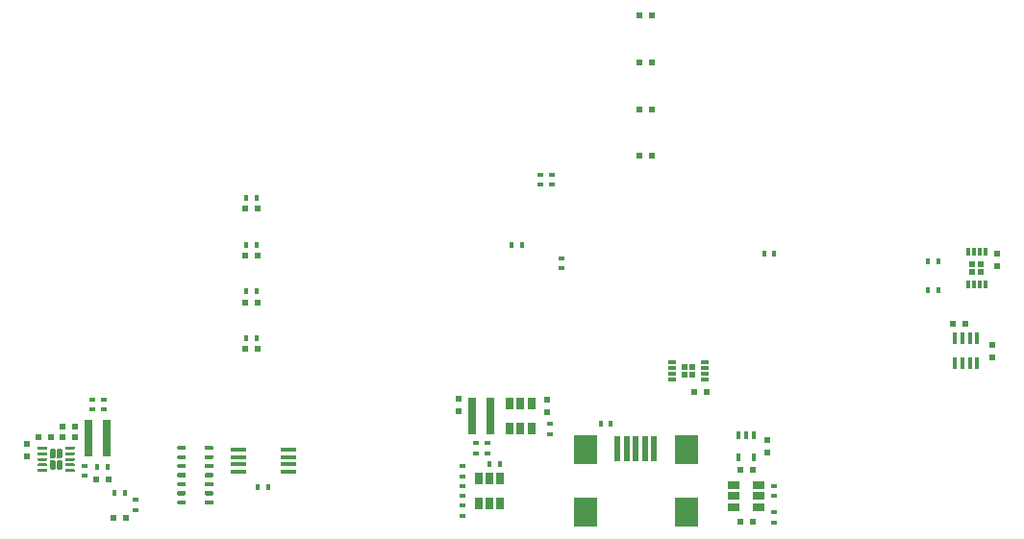
<source format=gbr>
G04 #@! TF.GenerationSoftware,KiCad,Pcbnew,(5.1.4)-1*
G04 #@! TF.CreationDate,2020-06-05T19:42:11-05:00*
G04 #@! TF.ProjectId,Pulse_Oximeter,50756c73-655f-44f7-9869-6d657465722e,rev?*
G04 #@! TF.SameCoordinates,Original*
G04 #@! TF.FileFunction,Paste,Bot*
G04 #@! TF.FilePolarity,Positive*
%FSLAX46Y46*%
G04 Gerber Fmt 4.6, Leading zero omitted, Abs format (unit mm)*
G04 Created by KiCad (PCBNEW (5.1.4)-1) date 2020-06-05 19:42:11*
%MOMM*%
%LPD*%
G04 APERTURE LIST*
%ADD10R,0.600000X0.500000*%
%ADD11R,0.500000X0.600000*%
%ADD12R,0.500000X2.300000*%
%ADD13R,2.000000X2.500000*%
%ADD14R,0.600000X0.400000*%
%ADD15R,0.400000X0.600000*%
%ADD16R,0.800000X3.200000*%
%ADD17R,0.400000X1.060000*%
%ADD18R,0.300000X0.750000*%
%ADD19R,0.750000X0.300000*%
%ADD20C,0.100000*%
%ADD21C,0.250000*%
%ADD22C,0.480000*%
%ADD23R,0.650000X1.060000*%
%ADD24R,1.450000X0.450000*%
%ADD25C,0.350000*%
%ADD26R,0.400000X0.650000*%
%ADD27R,1.060000X0.650000*%
G04 APERTURE END LIST*
D10*
X197146000Y-96012000D03*
X196046000Y-96012000D03*
D11*
X199517000Y-98975000D03*
X199517000Y-97875000D03*
X199962000Y-89810500D03*
X199962000Y-90910500D03*
D10*
X174350000Y-101981000D03*
X173250000Y-101981000D03*
X116628000Y-105982000D03*
X115528000Y-105982000D03*
D11*
X114554000Y-106574000D03*
X114554000Y-107674000D03*
D10*
X117624000Y-105982000D03*
X118724000Y-105982000D03*
X118724000Y-105092000D03*
X117624000Y-105092000D03*
X121708000Y-109728000D03*
X120608000Y-109728000D03*
D11*
X152527000Y-102574000D03*
X152527000Y-103674000D03*
X160338000Y-103801000D03*
X160338000Y-102701000D03*
D10*
X122132000Y-113094000D03*
X123232000Y-113094000D03*
D11*
X179705000Y-106257000D03*
X179705000Y-107357000D03*
D10*
X177314000Y-113474000D03*
X178414000Y-113474000D03*
X177314000Y-108902000D03*
X178414000Y-108902000D03*
X168424000Y-68834000D03*
X169524000Y-68834000D03*
X168424000Y-81216500D03*
X169524000Y-81216500D03*
X169524000Y-77089000D03*
X168424000Y-77089000D03*
X168424000Y-72961500D03*
X169524000Y-72961500D03*
X134852000Y-85852000D03*
X133752000Y-85852000D03*
X134852000Y-89979500D03*
X133752000Y-89979500D03*
X133752000Y-94107000D03*
X134852000Y-94107000D03*
X134852000Y-98234500D03*
X133752000Y-98234500D03*
D12*
X169748000Y-106992000D03*
X168948000Y-106992000D03*
X168148000Y-106992000D03*
X167348000Y-106992000D03*
X166548000Y-106992000D03*
D13*
X172598000Y-107092000D03*
X172598000Y-112592000D03*
X163698000Y-107092000D03*
X163698000Y-112592000D03*
D14*
X160592000Y-104833000D03*
X160592000Y-105733000D03*
D15*
X165931000Y-104838000D03*
X165031000Y-104838000D03*
X194760000Y-90487500D03*
X193860000Y-90487500D03*
X194760000Y-93027500D03*
X193860000Y-93027500D03*
X180346000Y-89852500D03*
X179446000Y-89852500D03*
D14*
X120269000Y-103574000D03*
X120269000Y-102674000D03*
D16*
X119977000Y-106045000D03*
X121577000Y-106045000D03*
D14*
X121285000Y-102674000D03*
X121285000Y-103574000D03*
D15*
X120708000Y-108585000D03*
X121608000Y-108585000D03*
D14*
X119634000Y-108516000D03*
X119634000Y-109416000D03*
X161608000Y-90228000D03*
X161608000Y-91128000D03*
D15*
X158120000Y-89027000D03*
X157220000Y-89027000D03*
D14*
X159766000Y-83762000D03*
X159766000Y-82862000D03*
X160782000Y-82862000D03*
X160782000Y-83762000D03*
X152908000Y-112008000D03*
X152908000Y-112908000D03*
X152908000Y-111194000D03*
X152908000Y-110294000D03*
X152908000Y-108580000D03*
X152908000Y-109480000D03*
D15*
X156152000Y-108331000D03*
X155252000Y-108331000D03*
D14*
X154051000Y-107448000D03*
X154051000Y-106548000D03*
D16*
X155359000Y-104140000D03*
X153759000Y-104140000D03*
D14*
X155067000Y-106548000D03*
X155067000Y-107448000D03*
D15*
X123132000Y-110871000D03*
X122232000Y-110871000D03*
X134868000Y-110363000D03*
X135768000Y-110363000D03*
D14*
X124079000Y-111500000D03*
X124079000Y-112400000D03*
X180340000Y-112644000D03*
X180340000Y-113544000D03*
X180340000Y-110294000D03*
X180340000Y-111194000D03*
D15*
X133852000Y-84899500D03*
X134752000Y-84899500D03*
X134752000Y-89027000D03*
X133852000Y-89027000D03*
X133852000Y-93154500D03*
X134752000Y-93154500D03*
X134752000Y-97282000D03*
X133852000Y-97282000D03*
D17*
X196258000Y-99520500D03*
X196908000Y-99520500D03*
X197568000Y-99520500D03*
X198218000Y-99520500D03*
X198218000Y-97320500D03*
X197568000Y-97320500D03*
X196908000Y-97320500D03*
X196258000Y-97320500D03*
D18*
X198919000Y-92547000D03*
X198419000Y-92547000D03*
X197919000Y-92547000D03*
X197419000Y-92547000D03*
X197419000Y-89647000D03*
X197919000Y-89647000D03*
X198419000Y-89647000D03*
X198919000Y-89647000D03*
D10*
X198544000Y-91422000D03*
X197794000Y-91422000D03*
X198544000Y-90772000D03*
X197794000Y-90772000D03*
D19*
X171350000Y-100910000D03*
X171350000Y-100410000D03*
X171350000Y-99910000D03*
X171350000Y-99410000D03*
X174250000Y-99410000D03*
X174250000Y-99910000D03*
X174250000Y-100410000D03*
X174250000Y-100910000D03*
D11*
X172475000Y-100535000D03*
X172475000Y-99785000D03*
X173125000Y-100535000D03*
X173125000Y-99785000D03*
D20*
G36*
X118662626Y-106825301D02*
G01*
X118668693Y-106826201D01*
X118674643Y-106827691D01*
X118680418Y-106829758D01*
X118685962Y-106832380D01*
X118691223Y-106835533D01*
X118696150Y-106839187D01*
X118700694Y-106843306D01*
X118704813Y-106847850D01*
X118708467Y-106852777D01*
X118711620Y-106858038D01*
X118714242Y-106863582D01*
X118716309Y-106869357D01*
X118717799Y-106875307D01*
X118718699Y-106881374D01*
X118719000Y-106887500D01*
X118719000Y-107012500D01*
X118718699Y-107018626D01*
X118717799Y-107024693D01*
X118716309Y-107030643D01*
X118714242Y-107036418D01*
X118711620Y-107041962D01*
X118708467Y-107047223D01*
X118704813Y-107052150D01*
X118700694Y-107056694D01*
X118696150Y-107060813D01*
X118691223Y-107064467D01*
X118685962Y-107067620D01*
X118680418Y-107070242D01*
X118674643Y-107072309D01*
X118668693Y-107073799D01*
X118662626Y-107074699D01*
X118656500Y-107075000D01*
X117956500Y-107075000D01*
X117950374Y-107074699D01*
X117944307Y-107073799D01*
X117938357Y-107072309D01*
X117932582Y-107070242D01*
X117927038Y-107067620D01*
X117921777Y-107064467D01*
X117916850Y-107060813D01*
X117912306Y-107056694D01*
X117908187Y-107052150D01*
X117904533Y-107047223D01*
X117901380Y-107041962D01*
X117898758Y-107036418D01*
X117896691Y-107030643D01*
X117895201Y-107024693D01*
X117894301Y-107018626D01*
X117894000Y-107012500D01*
X117894000Y-106887500D01*
X117894301Y-106881374D01*
X117895201Y-106875307D01*
X117896691Y-106869357D01*
X117898758Y-106863582D01*
X117901380Y-106858038D01*
X117904533Y-106852777D01*
X117908187Y-106847850D01*
X117912306Y-106843306D01*
X117916850Y-106839187D01*
X117921777Y-106835533D01*
X117927038Y-106832380D01*
X117932582Y-106829758D01*
X117938357Y-106827691D01*
X117944307Y-106826201D01*
X117950374Y-106825301D01*
X117956500Y-106825000D01*
X118656500Y-106825000D01*
X118662626Y-106825301D01*
X118662626Y-106825301D01*
G37*
D21*
X118306500Y-106950000D03*
D20*
G36*
X118662626Y-107325301D02*
G01*
X118668693Y-107326201D01*
X118674643Y-107327691D01*
X118680418Y-107329758D01*
X118685962Y-107332380D01*
X118691223Y-107335533D01*
X118696150Y-107339187D01*
X118700694Y-107343306D01*
X118704813Y-107347850D01*
X118708467Y-107352777D01*
X118711620Y-107358038D01*
X118714242Y-107363582D01*
X118716309Y-107369357D01*
X118717799Y-107375307D01*
X118718699Y-107381374D01*
X118719000Y-107387500D01*
X118719000Y-107512500D01*
X118718699Y-107518626D01*
X118717799Y-107524693D01*
X118716309Y-107530643D01*
X118714242Y-107536418D01*
X118711620Y-107541962D01*
X118708467Y-107547223D01*
X118704813Y-107552150D01*
X118700694Y-107556694D01*
X118696150Y-107560813D01*
X118691223Y-107564467D01*
X118685962Y-107567620D01*
X118680418Y-107570242D01*
X118674643Y-107572309D01*
X118668693Y-107573799D01*
X118662626Y-107574699D01*
X118656500Y-107575000D01*
X117956500Y-107575000D01*
X117950374Y-107574699D01*
X117944307Y-107573799D01*
X117938357Y-107572309D01*
X117932582Y-107570242D01*
X117927038Y-107567620D01*
X117921777Y-107564467D01*
X117916850Y-107560813D01*
X117912306Y-107556694D01*
X117908187Y-107552150D01*
X117904533Y-107547223D01*
X117901380Y-107541962D01*
X117898758Y-107536418D01*
X117896691Y-107530643D01*
X117895201Y-107524693D01*
X117894301Y-107518626D01*
X117894000Y-107512500D01*
X117894000Y-107387500D01*
X117894301Y-107381374D01*
X117895201Y-107375307D01*
X117896691Y-107369357D01*
X117898758Y-107363582D01*
X117901380Y-107358038D01*
X117904533Y-107352777D01*
X117908187Y-107347850D01*
X117912306Y-107343306D01*
X117916850Y-107339187D01*
X117921777Y-107335533D01*
X117927038Y-107332380D01*
X117932582Y-107329758D01*
X117938357Y-107327691D01*
X117944307Y-107326201D01*
X117950374Y-107325301D01*
X117956500Y-107325000D01*
X118656500Y-107325000D01*
X118662626Y-107325301D01*
X118662626Y-107325301D01*
G37*
D21*
X118306500Y-107450000D03*
D20*
G36*
X118662626Y-107825301D02*
G01*
X118668693Y-107826201D01*
X118674643Y-107827691D01*
X118680418Y-107829758D01*
X118685962Y-107832380D01*
X118691223Y-107835533D01*
X118696150Y-107839187D01*
X118700694Y-107843306D01*
X118704813Y-107847850D01*
X118708467Y-107852777D01*
X118711620Y-107858038D01*
X118714242Y-107863582D01*
X118716309Y-107869357D01*
X118717799Y-107875307D01*
X118718699Y-107881374D01*
X118719000Y-107887500D01*
X118719000Y-108012500D01*
X118718699Y-108018626D01*
X118717799Y-108024693D01*
X118716309Y-108030643D01*
X118714242Y-108036418D01*
X118711620Y-108041962D01*
X118708467Y-108047223D01*
X118704813Y-108052150D01*
X118700694Y-108056694D01*
X118696150Y-108060813D01*
X118691223Y-108064467D01*
X118685962Y-108067620D01*
X118680418Y-108070242D01*
X118674643Y-108072309D01*
X118668693Y-108073799D01*
X118662626Y-108074699D01*
X118656500Y-108075000D01*
X117956500Y-108075000D01*
X117950374Y-108074699D01*
X117944307Y-108073799D01*
X117938357Y-108072309D01*
X117932582Y-108070242D01*
X117927038Y-108067620D01*
X117921777Y-108064467D01*
X117916850Y-108060813D01*
X117912306Y-108056694D01*
X117908187Y-108052150D01*
X117904533Y-108047223D01*
X117901380Y-108041962D01*
X117898758Y-108036418D01*
X117896691Y-108030643D01*
X117895201Y-108024693D01*
X117894301Y-108018626D01*
X117894000Y-108012500D01*
X117894000Y-107887500D01*
X117894301Y-107881374D01*
X117895201Y-107875307D01*
X117896691Y-107869357D01*
X117898758Y-107863582D01*
X117901380Y-107858038D01*
X117904533Y-107852777D01*
X117908187Y-107847850D01*
X117912306Y-107843306D01*
X117916850Y-107839187D01*
X117921777Y-107835533D01*
X117927038Y-107832380D01*
X117932582Y-107829758D01*
X117938357Y-107827691D01*
X117944307Y-107826201D01*
X117950374Y-107825301D01*
X117956500Y-107825000D01*
X118656500Y-107825000D01*
X118662626Y-107825301D01*
X118662626Y-107825301D01*
G37*
D21*
X118306500Y-107950000D03*
D20*
G36*
X118662626Y-108325301D02*
G01*
X118668693Y-108326201D01*
X118674643Y-108327691D01*
X118680418Y-108329758D01*
X118685962Y-108332380D01*
X118691223Y-108335533D01*
X118696150Y-108339187D01*
X118700694Y-108343306D01*
X118704813Y-108347850D01*
X118708467Y-108352777D01*
X118711620Y-108358038D01*
X118714242Y-108363582D01*
X118716309Y-108369357D01*
X118717799Y-108375307D01*
X118718699Y-108381374D01*
X118719000Y-108387500D01*
X118719000Y-108512500D01*
X118718699Y-108518626D01*
X118717799Y-108524693D01*
X118716309Y-108530643D01*
X118714242Y-108536418D01*
X118711620Y-108541962D01*
X118708467Y-108547223D01*
X118704813Y-108552150D01*
X118700694Y-108556694D01*
X118696150Y-108560813D01*
X118691223Y-108564467D01*
X118685962Y-108567620D01*
X118680418Y-108570242D01*
X118674643Y-108572309D01*
X118668693Y-108573799D01*
X118662626Y-108574699D01*
X118656500Y-108575000D01*
X117956500Y-108575000D01*
X117950374Y-108574699D01*
X117944307Y-108573799D01*
X117938357Y-108572309D01*
X117932582Y-108570242D01*
X117927038Y-108567620D01*
X117921777Y-108564467D01*
X117916850Y-108560813D01*
X117912306Y-108556694D01*
X117908187Y-108552150D01*
X117904533Y-108547223D01*
X117901380Y-108541962D01*
X117898758Y-108536418D01*
X117896691Y-108530643D01*
X117895201Y-108524693D01*
X117894301Y-108518626D01*
X117894000Y-108512500D01*
X117894000Y-108387500D01*
X117894301Y-108381374D01*
X117895201Y-108375307D01*
X117896691Y-108369357D01*
X117898758Y-108363582D01*
X117901380Y-108358038D01*
X117904533Y-108352777D01*
X117908187Y-108347850D01*
X117912306Y-108343306D01*
X117916850Y-108339187D01*
X117921777Y-108335533D01*
X117927038Y-108332380D01*
X117932582Y-108329758D01*
X117938357Y-108327691D01*
X117944307Y-108326201D01*
X117950374Y-108325301D01*
X117956500Y-108325000D01*
X118656500Y-108325000D01*
X118662626Y-108325301D01*
X118662626Y-108325301D01*
G37*
D21*
X118306500Y-108450000D03*
D20*
G36*
X118662626Y-108825301D02*
G01*
X118668693Y-108826201D01*
X118674643Y-108827691D01*
X118680418Y-108829758D01*
X118685962Y-108832380D01*
X118691223Y-108835533D01*
X118696150Y-108839187D01*
X118700694Y-108843306D01*
X118704813Y-108847850D01*
X118708467Y-108852777D01*
X118711620Y-108858038D01*
X118714242Y-108863582D01*
X118716309Y-108869357D01*
X118717799Y-108875307D01*
X118718699Y-108881374D01*
X118719000Y-108887500D01*
X118719000Y-109012500D01*
X118718699Y-109018626D01*
X118717799Y-109024693D01*
X118716309Y-109030643D01*
X118714242Y-109036418D01*
X118711620Y-109041962D01*
X118708467Y-109047223D01*
X118704813Y-109052150D01*
X118700694Y-109056694D01*
X118696150Y-109060813D01*
X118691223Y-109064467D01*
X118685962Y-109067620D01*
X118680418Y-109070242D01*
X118674643Y-109072309D01*
X118668693Y-109073799D01*
X118662626Y-109074699D01*
X118656500Y-109075000D01*
X117956500Y-109075000D01*
X117950374Y-109074699D01*
X117944307Y-109073799D01*
X117938357Y-109072309D01*
X117932582Y-109070242D01*
X117927038Y-109067620D01*
X117921777Y-109064467D01*
X117916850Y-109060813D01*
X117912306Y-109056694D01*
X117908187Y-109052150D01*
X117904533Y-109047223D01*
X117901380Y-109041962D01*
X117898758Y-109036418D01*
X117896691Y-109030643D01*
X117895201Y-109024693D01*
X117894301Y-109018626D01*
X117894000Y-109012500D01*
X117894000Y-108887500D01*
X117894301Y-108881374D01*
X117895201Y-108875307D01*
X117896691Y-108869357D01*
X117898758Y-108863582D01*
X117901380Y-108858038D01*
X117904533Y-108852777D01*
X117908187Y-108847850D01*
X117912306Y-108843306D01*
X117916850Y-108839187D01*
X117921777Y-108835533D01*
X117927038Y-108832380D01*
X117932582Y-108829758D01*
X117938357Y-108827691D01*
X117944307Y-108826201D01*
X117950374Y-108825301D01*
X117956500Y-108825000D01*
X118656500Y-108825000D01*
X118662626Y-108825301D01*
X118662626Y-108825301D01*
G37*
D21*
X118306500Y-108950000D03*
D20*
G36*
X116237626Y-108825301D02*
G01*
X116243693Y-108826201D01*
X116249643Y-108827691D01*
X116255418Y-108829758D01*
X116260962Y-108832380D01*
X116266223Y-108835533D01*
X116271150Y-108839187D01*
X116275694Y-108843306D01*
X116279813Y-108847850D01*
X116283467Y-108852777D01*
X116286620Y-108858038D01*
X116289242Y-108863582D01*
X116291309Y-108869357D01*
X116292799Y-108875307D01*
X116293699Y-108881374D01*
X116294000Y-108887500D01*
X116294000Y-109012500D01*
X116293699Y-109018626D01*
X116292799Y-109024693D01*
X116291309Y-109030643D01*
X116289242Y-109036418D01*
X116286620Y-109041962D01*
X116283467Y-109047223D01*
X116279813Y-109052150D01*
X116275694Y-109056694D01*
X116271150Y-109060813D01*
X116266223Y-109064467D01*
X116260962Y-109067620D01*
X116255418Y-109070242D01*
X116249643Y-109072309D01*
X116243693Y-109073799D01*
X116237626Y-109074699D01*
X116231500Y-109075000D01*
X115531500Y-109075000D01*
X115525374Y-109074699D01*
X115519307Y-109073799D01*
X115513357Y-109072309D01*
X115507582Y-109070242D01*
X115502038Y-109067620D01*
X115496777Y-109064467D01*
X115491850Y-109060813D01*
X115487306Y-109056694D01*
X115483187Y-109052150D01*
X115479533Y-109047223D01*
X115476380Y-109041962D01*
X115473758Y-109036418D01*
X115471691Y-109030643D01*
X115470201Y-109024693D01*
X115469301Y-109018626D01*
X115469000Y-109012500D01*
X115469000Y-108887500D01*
X115469301Y-108881374D01*
X115470201Y-108875307D01*
X115471691Y-108869357D01*
X115473758Y-108863582D01*
X115476380Y-108858038D01*
X115479533Y-108852777D01*
X115483187Y-108847850D01*
X115487306Y-108843306D01*
X115491850Y-108839187D01*
X115496777Y-108835533D01*
X115502038Y-108832380D01*
X115507582Y-108829758D01*
X115513357Y-108827691D01*
X115519307Y-108826201D01*
X115525374Y-108825301D01*
X115531500Y-108825000D01*
X116231500Y-108825000D01*
X116237626Y-108825301D01*
X116237626Y-108825301D01*
G37*
D21*
X115881500Y-108950000D03*
D20*
G36*
X116237626Y-108325301D02*
G01*
X116243693Y-108326201D01*
X116249643Y-108327691D01*
X116255418Y-108329758D01*
X116260962Y-108332380D01*
X116266223Y-108335533D01*
X116271150Y-108339187D01*
X116275694Y-108343306D01*
X116279813Y-108347850D01*
X116283467Y-108352777D01*
X116286620Y-108358038D01*
X116289242Y-108363582D01*
X116291309Y-108369357D01*
X116292799Y-108375307D01*
X116293699Y-108381374D01*
X116294000Y-108387500D01*
X116294000Y-108512500D01*
X116293699Y-108518626D01*
X116292799Y-108524693D01*
X116291309Y-108530643D01*
X116289242Y-108536418D01*
X116286620Y-108541962D01*
X116283467Y-108547223D01*
X116279813Y-108552150D01*
X116275694Y-108556694D01*
X116271150Y-108560813D01*
X116266223Y-108564467D01*
X116260962Y-108567620D01*
X116255418Y-108570242D01*
X116249643Y-108572309D01*
X116243693Y-108573799D01*
X116237626Y-108574699D01*
X116231500Y-108575000D01*
X115531500Y-108575000D01*
X115525374Y-108574699D01*
X115519307Y-108573799D01*
X115513357Y-108572309D01*
X115507582Y-108570242D01*
X115502038Y-108567620D01*
X115496777Y-108564467D01*
X115491850Y-108560813D01*
X115487306Y-108556694D01*
X115483187Y-108552150D01*
X115479533Y-108547223D01*
X115476380Y-108541962D01*
X115473758Y-108536418D01*
X115471691Y-108530643D01*
X115470201Y-108524693D01*
X115469301Y-108518626D01*
X115469000Y-108512500D01*
X115469000Y-108387500D01*
X115469301Y-108381374D01*
X115470201Y-108375307D01*
X115471691Y-108369357D01*
X115473758Y-108363582D01*
X115476380Y-108358038D01*
X115479533Y-108352777D01*
X115483187Y-108347850D01*
X115487306Y-108343306D01*
X115491850Y-108339187D01*
X115496777Y-108335533D01*
X115502038Y-108332380D01*
X115507582Y-108329758D01*
X115513357Y-108327691D01*
X115519307Y-108326201D01*
X115525374Y-108325301D01*
X115531500Y-108325000D01*
X116231500Y-108325000D01*
X116237626Y-108325301D01*
X116237626Y-108325301D01*
G37*
D21*
X115881500Y-108450000D03*
D20*
G36*
X116237626Y-107825301D02*
G01*
X116243693Y-107826201D01*
X116249643Y-107827691D01*
X116255418Y-107829758D01*
X116260962Y-107832380D01*
X116266223Y-107835533D01*
X116271150Y-107839187D01*
X116275694Y-107843306D01*
X116279813Y-107847850D01*
X116283467Y-107852777D01*
X116286620Y-107858038D01*
X116289242Y-107863582D01*
X116291309Y-107869357D01*
X116292799Y-107875307D01*
X116293699Y-107881374D01*
X116294000Y-107887500D01*
X116294000Y-108012500D01*
X116293699Y-108018626D01*
X116292799Y-108024693D01*
X116291309Y-108030643D01*
X116289242Y-108036418D01*
X116286620Y-108041962D01*
X116283467Y-108047223D01*
X116279813Y-108052150D01*
X116275694Y-108056694D01*
X116271150Y-108060813D01*
X116266223Y-108064467D01*
X116260962Y-108067620D01*
X116255418Y-108070242D01*
X116249643Y-108072309D01*
X116243693Y-108073799D01*
X116237626Y-108074699D01*
X116231500Y-108075000D01*
X115531500Y-108075000D01*
X115525374Y-108074699D01*
X115519307Y-108073799D01*
X115513357Y-108072309D01*
X115507582Y-108070242D01*
X115502038Y-108067620D01*
X115496777Y-108064467D01*
X115491850Y-108060813D01*
X115487306Y-108056694D01*
X115483187Y-108052150D01*
X115479533Y-108047223D01*
X115476380Y-108041962D01*
X115473758Y-108036418D01*
X115471691Y-108030643D01*
X115470201Y-108024693D01*
X115469301Y-108018626D01*
X115469000Y-108012500D01*
X115469000Y-107887500D01*
X115469301Y-107881374D01*
X115470201Y-107875307D01*
X115471691Y-107869357D01*
X115473758Y-107863582D01*
X115476380Y-107858038D01*
X115479533Y-107852777D01*
X115483187Y-107847850D01*
X115487306Y-107843306D01*
X115491850Y-107839187D01*
X115496777Y-107835533D01*
X115502038Y-107832380D01*
X115507582Y-107829758D01*
X115513357Y-107827691D01*
X115519307Y-107826201D01*
X115525374Y-107825301D01*
X115531500Y-107825000D01*
X116231500Y-107825000D01*
X116237626Y-107825301D01*
X116237626Y-107825301D01*
G37*
D21*
X115881500Y-107950000D03*
D20*
G36*
X116237626Y-107325301D02*
G01*
X116243693Y-107326201D01*
X116249643Y-107327691D01*
X116255418Y-107329758D01*
X116260962Y-107332380D01*
X116266223Y-107335533D01*
X116271150Y-107339187D01*
X116275694Y-107343306D01*
X116279813Y-107347850D01*
X116283467Y-107352777D01*
X116286620Y-107358038D01*
X116289242Y-107363582D01*
X116291309Y-107369357D01*
X116292799Y-107375307D01*
X116293699Y-107381374D01*
X116294000Y-107387500D01*
X116294000Y-107512500D01*
X116293699Y-107518626D01*
X116292799Y-107524693D01*
X116291309Y-107530643D01*
X116289242Y-107536418D01*
X116286620Y-107541962D01*
X116283467Y-107547223D01*
X116279813Y-107552150D01*
X116275694Y-107556694D01*
X116271150Y-107560813D01*
X116266223Y-107564467D01*
X116260962Y-107567620D01*
X116255418Y-107570242D01*
X116249643Y-107572309D01*
X116243693Y-107573799D01*
X116237626Y-107574699D01*
X116231500Y-107575000D01*
X115531500Y-107575000D01*
X115525374Y-107574699D01*
X115519307Y-107573799D01*
X115513357Y-107572309D01*
X115507582Y-107570242D01*
X115502038Y-107567620D01*
X115496777Y-107564467D01*
X115491850Y-107560813D01*
X115487306Y-107556694D01*
X115483187Y-107552150D01*
X115479533Y-107547223D01*
X115476380Y-107541962D01*
X115473758Y-107536418D01*
X115471691Y-107530643D01*
X115470201Y-107524693D01*
X115469301Y-107518626D01*
X115469000Y-107512500D01*
X115469000Y-107387500D01*
X115469301Y-107381374D01*
X115470201Y-107375307D01*
X115471691Y-107369357D01*
X115473758Y-107363582D01*
X115476380Y-107358038D01*
X115479533Y-107352777D01*
X115483187Y-107347850D01*
X115487306Y-107343306D01*
X115491850Y-107339187D01*
X115496777Y-107335533D01*
X115502038Y-107332380D01*
X115507582Y-107329758D01*
X115513357Y-107327691D01*
X115519307Y-107326201D01*
X115525374Y-107325301D01*
X115531500Y-107325000D01*
X116231500Y-107325000D01*
X116237626Y-107325301D01*
X116237626Y-107325301D01*
G37*
D21*
X115881500Y-107450000D03*
D20*
G36*
X116237626Y-106825301D02*
G01*
X116243693Y-106826201D01*
X116249643Y-106827691D01*
X116255418Y-106829758D01*
X116260962Y-106832380D01*
X116266223Y-106835533D01*
X116271150Y-106839187D01*
X116275694Y-106843306D01*
X116279813Y-106847850D01*
X116283467Y-106852777D01*
X116286620Y-106858038D01*
X116289242Y-106863582D01*
X116291309Y-106869357D01*
X116292799Y-106875307D01*
X116293699Y-106881374D01*
X116294000Y-106887500D01*
X116294000Y-107012500D01*
X116293699Y-107018626D01*
X116292799Y-107024693D01*
X116291309Y-107030643D01*
X116289242Y-107036418D01*
X116286620Y-107041962D01*
X116283467Y-107047223D01*
X116279813Y-107052150D01*
X116275694Y-107056694D01*
X116271150Y-107060813D01*
X116266223Y-107064467D01*
X116260962Y-107067620D01*
X116255418Y-107070242D01*
X116249643Y-107072309D01*
X116243693Y-107073799D01*
X116237626Y-107074699D01*
X116231500Y-107075000D01*
X115531500Y-107075000D01*
X115525374Y-107074699D01*
X115519307Y-107073799D01*
X115513357Y-107072309D01*
X115507582Y-107070242D01*
X115502038Y-107067620D01*
X115496777Y-107064467D01*
X115491850Y-107060813D01*
X115487306Y-107056694D01*
X115483187Y-107052150D01*
X115479533Y-107047223D01*
X115476380Y-107041962D01*
X115473758Y-107036418D01*
X115471691Y-107030643D01*
X115470201Y-107024693D01*
X115469301Y-107018626D01*
X115469000Y-107012500D01*
X115469000Y-106887500D01*
X115469301Y-106881374D01*
X115470201Y-106875307D01*
X115471691Y-106869357D01*
X115473758Y-106863582D01*
X115476380Y-106858038D01*
X115479533Y-106852777D01*
X115483187Y-106847850D01*
X115487306Y-106843306D01*
X115491850Y-106839187D01*
X115496777Y-106835533D01*
X115502038Y-106832380D01*
X115507582Y-106829758D01*
X115513357Y-106827691D01*
X115519307Y-106826201D01*
X115525374Y-106825301D01*
X115531500Y-106825000D01*
X116231500Y-106825000D01*
X116237626Y-106825301D01*
X116237626Y-106825301D01*
G37*
D21*
X115881500Y-106950000D03*
D20*
G36*
X117525762Y-107045578D02*
G01*
X117537411Y-107047306D01*
X117548834Y-107050167D01*
X117559922Y-107054134D01*
X117570568Y-107059169D01*
X117580668Y-107065224D01*
X117590127Y-107072239D01*
X117598853Y-107080147D01*
X117606761Y-107088873D01*
X117613776Y-107098332D01*
X117619831Y-107108432D01*
X117624866Y-107119078D01*
X117628833Y-107130166D01*
X117631694Y-107141589D01*
X117633422Y-107153238D01*
X117634000Y-107165000D01*
X117634000Y-107735000D01*
X117633422Y-107746762D01*
X117631694Y-107758411D01*
X117628833Y-107769834D01*
X117624866Y-107780922D01*
X117619831Y-107791568D01*
X117613776Y-107801668D01*
X117606761Y-107811127D01*
X117598853Y-107819853D01*
X117590127Y-107827761D01*
X117580668Y-107834776D01*
X117570568Y-107840831D01*
X117559922Y-107845866D01*
X117548834Y-107849833D01*
X117537411Y-107852694D01*
X117525762Y-107854422D01*
X117514000Y-107855000D01*
X117274000Y-107855000D01*
X117262238Y-107854422D01*
X117250589Y-107852694D01*
X117239166Y-107849833D01*
X117228078Y-107845866D01*
X117217432Y-107840831D01*
X117207332Y-107834776D01*
X117197873Y-107827761D01*
X117189147Y-107819853D01*
X117181239Y-107811127D01*
X117174224Y-107801668D01*
X117168169Y-107791568D01*
X117163134Y-107780922D01*
X117159167Y-107769834D01*
X117156306Y-107758411D01*
X117154578Y-107746762D01*
X117154000Y-107735000D01*
X117154000Y-107165000D01*
X117154578Y-107153238D01*
X117156306Y-107141589D01*
X117159167Y-107130166D01*
X117163134Y-107119078D01*
X117168169Y-107108432D01*
X117174224Y-107098332D01*
X117181239Y-107088873D01*
X117189147Y-107080147D01*
X117197873Y-107072239D01*
X117207332Y-107065224D01*
X117217432Y-107059169D01*
X117228078Y-107054134D01*
X117239166Y-107050167D01*
X117250589Y-107047306D01*
X117262238Y-107045578D01*
X117274000Y-107045000D01*
X117514000Y-107045000D01*
X117525762Y-107045578D01*
X117525762Y-107045578D01*
G37*
D22*
X117394000Y-107450000D03*
D20*
G36*
X117525762Y-108045578D02*
G01*
X117537411Y-108047306D01*
X117548834Y-108050167D01*
X117559922Y-108054134D01*
X117570568Y-108059169D01*
X117580668Y-108065224D01*
X117590127Y-108072239D01*
X117598853Y-108080147D01*
X117606761Y-108088873D01*
X117613776Y-108098332D01*
X117619831Y-108108432D01*
X117624866Y-108119078D01*
X117628833Y-108130166D01*
X117631694Y-108141589D01*
X117633422Y-108153238D01*
X117634000Y-108165000D01*
X117634000Y-108735000D01*
X117633422Y-108746762D01*
X117631694Y-108758411D01*
X117628833Y-108769834D01*
X117624866Y-108780922D01*
X117619831Y-108791568D01*
X117613776Y-108801668D01*
X117606761Y-108811127D01*
X117598853Y-108819853D01*
X117590127Y-108827761D01*
X117580668Y-108834776D01*
X117570568Y-108840831D01*
X117559922Y-108845866D01*
X117548834Y-108849833D01*
X117537411Y-108852694D01*
X117525762Y-108854422D01*
X117514000Y-108855000D01*
X117274000Y-108855000D01*
X117262238Y-108854422D01*
X117250589Y-108852694D01*
X117239166Y-108849833D01*
X117228078Y-108845866D01*
X117217432Y-108840831D01*
X117207332Y-108834776D01*
X117197873Y-108827761D01*
X117189147Y-108819853D01*
X117181239Y-108811127D01*
X117174224Y-108801668D01*
X117168169Y-108791568D01*
X117163134Y-108780922D01*
X117159167Y-108769834D01*
X117156306Y-108758411D01*
X117154578Y-108746762D01*
X117154000Y-108735000D01*
X117154000Y-108165000D01*
X117154578Y-108153238D01*
X117156306Y-108141589D01*
X117159167Y-108130166D01*
X117163134Y-108119078D01*
X117168169Y-108108432D01*
X117174224Y-108098332D01*
X117181239Y-108088873D01*
X117189147Y-108080147D01*
X117197873Y-108072239D01*
X117207332Y-108065224D01*
X117217432Y-108059169D01*
X117228078Y-108054134D01*
X117239166Y-108050167D01*
X117250589Y-108047306D01*
X117262238Y-108045578D01*
X117274000Y-108045000D01*
X117514000Y-108045000D01*
X117525762Y-108045578D01*
X117525762Y-108045578D01*
G37*
D22*
X117394000Y-108450000D03*
D20*
G36*
X116925762Y-107045578D02*
G01*
X116937411Y-107047306D01*
X116948834Y-107050167D01*
X116959922Y-107054134D01*
X116970568Y-107059169D01*
X116980668Y-107065224D01*
X116990127Y-107072239D01*
X116998853Y-107080147D01*
X117006761Y-107088873D01*
X117013776Y-107098332D01*
X117019831Y-107108432D01*
X117024866Y-107119078D01*
X117028833Y-107130166D01*
X117031694Y-107141589D01*
X117033422Y-107153238D01*
X117034000Y-107165000D01*
X117034000Y-107735000D01*
X117033422Y-107746762D01*
X117031694Y-107758411D01*
X117028833Y-107769834D01*
X117024866Y-107780922D01*
X117019831Y-107791568D01*
X117013776Y-107801668D01*
X117006761Y-107811127D01*
X116998853Y-107819853D01*
X116990127Y-107827761D01*
X116980668Y-107834776D01*
X116970568Y-107840831D01*
X116959922Y-107845866D01*
X116948834Y-107849833D01*
X116937411Y-107852694D01*
X116925762Y-107854422D01*
X116914000Y-107855000D01*
X116674000Y-107855000D01*
X116662238Y-107854422D01*
X116650589Y-107852694D01*
X116639166Y-107849833D01*
X116628078Y-107845866D01*
X116617432Y-107840831D01*
X116607332Y-107834776D01*
X116597873Y-107827761D01*
X116589147Y-107819853D01*
X116581239Y-107811127D01*
X116574224Y-107801668D01*
X116568169Y-107791568D01*
X116563134Y-107780922D01*
X116559167Y-107769834D01*
X116556306Y-107758411D01*
X116554578Y-107746762D01*
X116554000Y-107735000D01*
X116554000Y-107165000D01*
X116554578Y-107153238D01*
X116556306Y-107141589D01*
X116559167Y-107130166D01*
X116563134Y-107119078D01*
X116568169Y-107108432D01*
X116574224Y-107098332D01*
X116581239Y-107088873D01*
X116589147Y-107080147D01*
X116597873Y-107072239D01*
X116607332Y-107065224D01*
X116617432Y-107059169D01*
X116628078Y-107054134D01*
X116639166Y-107050167D01*
X116650589Y-107047306D01*
X116662238Y-107045578D01*
X116674000Y-107045000D01*
X116914000Y-107045000D01*
X116925762Y-107045578D01*
X116925762Y-107045578D01*
G37*
D22*
X116794000Y-107450000D03*
D20*
G36*
X116925762Y-108045578D02*
G01*
X116937411Y-108047306D01*
X116948834Y-108050167D01*
X116959922Y-108054134D01*
X116970568Y-108059169D01*
X116980668Y-108065224D01*
X116990127Y-108072239D01*
X116998853Y-108080147D01*
X117006761Y-108088873D01*
X117013776Y-108098332D01*
X117019831Y-108108432D01*
X117024866Y-108119078D01*
X117028833Y-108130166D01*
X117031694Y-108141589D01*
X117033422Y-108153238D01*
X117034000Y-108165000D01*
X117034000Y-108735000D01*
X117033422Y-108746762D01*
X117031694Y-108758411D01*
X117028833Y-108769834D01*
X117024866Y-108780922D01*
X117019831Y-108791568D01*
X117013776Y-108801668D01*
X117006761Y-108811127D01*
X116998853Y-108819853D01*
X116990127Y-108827761D01*
X116980668Y-108834776D01*
X116970568Y-108840831D01*
X116959922Y-108845866D01*
X116948834Y-108849833D01*
X116937411Y-108852694D01*
X116925762Y-108854422D01*
X116914000Y-108855000D01*
X116674000Y-108855000D01*
X116662238Y-108854422D01*
X116650589Y-108852694D01*
X116639166Y-108849833D01*
X116628078Y-108845866D01*
X116617432Y-108840831D01*
X116607332Y-108834776D01*
X116597873Y-108827761D01*
X116589147Y-108819853D01*
X116581239Y-108811127D01*
X116574224Y-108801668D01*
X116568169Y-108791568D01*
X116563134Y-108780922D01*
X116559167Y-108769834D01*
X116556306Y-108758411D01*
X116554578Y-108746762D01*
X116554000Y-108735000D01*
X116554000Y-108165000D01*
X116554578Y-108153238D01*
X116556306Y-108141589D01*
X116559167Y-108130166D01*
X116563134Y-108119078D01*
X116568169Y-108108432D01*
X116574224Y-108098332D01*
X116581239Y-108088873D01*
X116589147Y-108080147D01*
X116597873Y-108072239D01*
X116607332Y-108065224D01*
X116617432Y-108059169D01*
X116628078Y-108054134D01*
X116639166Y-108050167D01*
X116650589Y-108047306D01*
X116662238Y-108045578D01*
X116674000Y-108045000D01*
X116914000Y-108045000D01*
X116925762Y-108045578D01*
X116925762Y-108045578D01*
G37*
D22*
X116794000Y-108450000D03*
D23*
X155258000Y-109644000D03*
X156208000Y-109644000D03*
X154308000Y-109644000D03*
X154308000Y-111844000D03*
X155258000Y-111844000D03*
X156208000Y-111844000D03*
X157988000Y-105240000D03*
X157038000Y-105240000D03*
X158938000Y-105240000D03*
X158938000Y-103040000D03*
X157988000Y-103040000D03*
X157038000Y-103040000D03*
D24*
X137518000Y-107102000D03*
X137518000Y-107752000D03*
X137518000Y-108402000D03*
X137518000Y-109052000D03*
X133118000Y-109052000D03*
X133118000Y-108402000D03*
X133118000Y-107752000D03*
X133118000Y-107102000D03*
D20*
G36*
X130846076Y-106772421D02*
G01*
X130854570Y-106773681D01*
X130862900Y-106775768D01*
X130870985Y-106778661D01*
X130878747Y-106782332D01*
X130886112Y-106786746D01*
X130893009Y-106791862D01*
X130899372Y-106797628D01*
X130905138Y-106803991D01*
X130910254Y-106810888D01*
X130914668Y-106818253D01*
X130918339Y-106826015D01*
X130921232Y-106834100D01*
X130923319Y-106842430D01*
X130924579Y-106850924D01*
X130925000Y-106859500D01*
X130925000Y-107034500D01*
X130924579Y-107043076D01*
X130923319Y-107051570D01*
X130921232Y-107059900D01*
X130918339Y-107067985D01*
X130914668Y-107075747D01*
X130910254Y-107083112D01*
X130905138Y-107090009D01*
X130899372Y-107096372D01*
X130893009Y-107102138D01*
X130886112Y-107107254D01*
X130878747Y-107111668D01*
X130870985Y-107115339D01*
X130862900Y-107118232D01*
X130854570Y-107120319D01*
X130846076Y-107121579D01*
X130837500Y-107122000D01*
X130262500Y-107122000D01*
X130253924Y-107121579D01*
X130245430Y-107120319D01*
X130237100Y-107118232D01*
X130229015Y-107115339D01*
X130221253Y-107111668D01*
X130213888Y-107107254D01*
X130206991Y-107102138D01*
X130200628Y-107096372D01*
X130194862Y-107090009D01*
X130189746Y-107083112D01*
X130185332Y-107075747D01*
X130181661Y-107067985D01*
X130178768Y-107059900D01*
X130176681Y-107051570D01*
X130175421Y-107043076D01*
X130175000Y-107034500D01*
X130175000Y-106859500D01*
X130175421Y-106850924D01*
X130176681Y-106842430D01*
X130178768Y-106834100D01*
X130181661Y-106826015D01*
X130185332Y-106818253D01*
X130189746Y-106810888D01*
X130194862Y-106803991D01*
X130200628Y-106797628D01*
X130206991Y-106791862D01*
X130213888Y-106786746D01*
X130221253Y-106782332D01*
X130229015Y-106778661D01*
X130237100Y-106775768D01*
X130245430Y-106773681D01*
X130253924Y-106772421D01*
X130262500Y-106772000D01*
X130837500Y-106772000D01*
X130846076Y-106772421D01*
X130846076Y-106772421D01*
G37*
D25*
X130550000Y-106947000D03*
D20*
G36*
X130846076Y-107572421D02*
G01*
X130854570Y-107573681D01*
X130862900Y-107575768D01*
X130870985Y-107578661D01*
X130878747Y-107582332D01*
X130886112Y-107586746D01*
X130893009Y-107591862D01*
X130899372Y-107597628D01*
X130905138Y-107603991D01*
X130910254Y-107610888D01*
X130914668Y-107618253D01*
X130918339Y-107626015D01*
X130921232Y-107634100D01*
X130923319Y-107642430D01*
X130924579Y-107650924D01*
X130925000Y-107659500D01*
X130925000Y-107834500D01*
X130924579Y-107843076D01*
X130923319Y-107851570D01*
X130921232Y-107859900D01*
X130918339Y-107867985D01*
X130914668Y-107875747D01*
X130910254Y-107883112D01*
X130905138Y-107890009D01*
X130899372Y-107896372D01*
X130893009Y-107902138D01*
X130886112Y-107907254D01*
X130878747Y-107911668D01*
X130870985Y-107915339D01*
X130862900Y-107918232D01*
X130854570Y-107920319D01*
X130846076Y-107921579D01*
X130837500Y-107922000D01*
X130262500Y-107922000D01*
X130253924Y-107921579D01*
X130245430Y-107920319D01*
X130237100Y-107918232D01*
X130229015Y-107915339D01*
X130221253Y-107911668D01*
X130213888Y-107907254D01*
X130206991Y-107902138D01*
X130200628Y-107896372D01*
X130194862Y-107890009D01*
X130189746Y-107883112D01*
X130185332Y-107875747D01*
X130181661Y-107867985D01*
X130178768Y-107859900D01*
X130176681Y-107851570D01*
X130175421Y-107843076D01*
X130175000Y-107834500D01*
X130175000Y-107659500D01*
X130175421Y-107650924D01*
X130176681Y-107642430D01*
X130178768Y-107634100D01*
X130181661Y-107626015D01*
X130185332Y-107618253D01*
X130189746Y-107610888D01*
X130194862Y-107603991D01*
X130200628Y-107597628D01*
X130206991Y-107591862D01*
X130213888Y-107586746D01*
X130221253Y-107582332D01*
X130229015Y-107578661D01*
X130237100Y-107575768D01*
X130245430Y-107573681D01*
X130253924Y-107572421D01*
X130262500Y-107572000D01*
X130837500Y-107572000D01*
X130846076Y-107572421D01*
X130846076Y-107572421D01*
G37*
D25*
X130550000Y-107747000D03*
D20*
G36*
X130846076Y-108372421D02*
G01*
X130854570Y-108373681D01*
X130862900Y-108375768D01*
X130870985Y-108378661D01*
X130878747Y-108382332D01*
X130886112Y-108386746D01*
X130893009Y-108391862D01*
X130899372Y-108397628D01*
X130905138Y-108403991D01*
X130910254Y-108410888D01*
X130914668Y-108418253D01*
X130918339Y-108426015D01*
X130921232Y-108434100D01*
X130923319Y-108442430D01*
X130924579Y-108450924D01*
X130925000Y-108459500D01*
X130925000Y-108634500D01*
X130924579Y-108643076D01*
X130923319Y-108651570D01*
X130921232Y-108659900D01*
X130918339Y-108667985D01*
X130914668Y-108675747D01*
X130910254Y-108683112D01*
X130905138Y-108690009D01*
X130899372Y-108696372D01*
X130893009Y-108702138D01*
X130886112Y-108707254D01*
X130878747Y-108711668D01*
X130870985Y-108715339D01*
X130862900Y-108718232D01*
X130854570Y-108720319D01*
X130846076Y-108721579D01*
X130837500Y-108722000D01*
X130262500Y-108722000D01*
X130253924Y-108721579D01*
X130245430Y-108720319D01*
X130237100Y-108718232D01*
X130229015Y-108715339D01*
X130221253Y-108711668D01*
X130213888Y-108707254D01*
X130206991Y-108702138D01*
X130200628Y-108696372D01*
X130194862Y-108690009D01*
X130189746Y-108683112D01*
X130185332Y-108675747D01*
X130181661Y-108667985D01*
X130178768Y-108659900D01*
X130176681Y-108651570D01*
X130175421Y-108643076D01*
X130175000Y-108634500D01*
X130175000Y-108459500D01*
X130175421Y-108450924D01*
X130176681Y-108442430D01*
X130178768Y-108434100D01*
X130181661Y-108426015D01*
X130185332Y-108418253D01*
X130189746Y-108410888D01*
X130194862Y-108403991D01*
X130200628Y-108397628D01*
X130206991Y-108391862D01*
X130213888Y-108386746D01*
X130221253Y-108382332D01*
X130229015Y-108378661D01*
X130237100Y-108375768D01*
X130245430Y-108373681D01*
X130253924Y-108372421D01*
X130262500Y-108372000D01*
X130837500Y-108372000D01*
X130846076Y-108372421D01*
X130846076Y-108372421D01*
G37*
D25*
X130550000Y-108547000D03*
D20*
G36*
X130846076Y-109172421D02*
G01*
X130854570Y-109173681D01*
X130862900Y-109175768D01*
X130870985Y-109178661D01*
X130878747Y-109182332D01*
X130886112Y-109186746D01*
X130893009Y-109191862D01*
X130899372Y-109197628D01*
X130905138Y-109203991D01*
X130910254Y-109210888D01*
X130914668Y-109218253D01*
X130918339Y-109226015D01*
X130921232Y-109234100D01*
X130923319Y-109242430D01*
X130924579Y-109250924D01*
X130925000Y-109259500D01*
X130925000Y-109434500D01*
X130924579Y-109443076D01*
X130923319Y-109451570D01*
X130921232Y-109459900D01*
X130918339Y-109467985D01*
X130914668Y-109475747D01*
X130910254Y-109483112D01*
X130905138Y-109490009D01*
X130899372Y-109496372D01*
X130893009Y-109502138D01*
X130886112Y-109507254D01*
X130878747Y-109511668D01*
X130870985Y-109515339D01*
X130862900Y-109518232D01*
X130854570Y-109520319D01*
X130846076Y-109521579D01*
X130837500Y-109522000D01*
X130262500Y-109522000D01*
X130253924Y-109521579D01*
X130245430Y-109520319D01*
X130237100Y-109518232D01*
X130229015Y-109515339D01*
X130221253Y-109511668D01*
X130213888Y-109507254D01*
X130206991Y-109502138D01*
X130200628Y-109496372D01*
X130194862Y-109490009D01*
X130189746Y-109483112D01*
X130185332Y-109475747D01*
X130181661Y-109467985D01*
X130178768Y-109459900D01*
X130176681Y-109451570D01*
X130175421Y-109443076D01*
X130175000Y-109434500D01*
X130175000Y-109259500D01*
X130175421Y-109250924D01*
X130176681Y-109242430D01*
X130178768Y-109234100D01*
X130181661Y-109226015D01*
X130185332Y-109218253D01*
X130189746Y-109210888D01*
X130194862Y-109203991D01*
X130200628Y-109197628D01*
X130206991Y-109191862D01*
X130213888Y-109186746D01*
X130221253Y-109182332D01*
X130229015Y-109178661D01*
X130237100Y-109175768D01*
X130245430Y-109173681D01*
X130253924Y-109172421D01*
X130262500Y-109172000D01*
X130837500Y-109172000D01*
X130846076Y-109172421D01*
X130846076Y-109172421D01*
G37*
D25*
X130550000Y-109347000D03*
D20*
G36*
X130846076Y-109972421D02*
G01*
X130854570Y-109973681D01*
X130862900Y-109975768D01*
X130870985Y-109978661D01*
X130878747Y-109982332D01*
X130886112Y-109986746D01*
X130893009Y-109991862D01*
X130899372Y-109997628D01*
X130905138Y-110003991D01*
X130910254Y-110010888D01*
X130914668Y-110018253D01*
X130918339Y-110026015D01*
X130921232Y-110034100D01*
X130923319Y-110042430D01*
X130924579Y-110050924D01*
X130925000Y-110059500D01*
X130925000Y-110234500D01*
X130924579Y-110243076D01*
X130923319Y-110251570D01*
X130921232Y-110259900D01*
X130918339Y-110267985D01*
X130914668Y-110275747D01*
X130910254Y-110283112D01*
X130905138Y-110290009D01*
X130899372Y-110296372D01*
X130893009Y-110302138D01*
X130886112Y-110307254D01*
X130878747Y-110311668D01*
X130870985Y-110315339D01*
X130862900Y-110318232D01*
X130854570Y-110320319D01*
X130846076Y-110321579D01*
X130837500Y-110322000D01*
X130262500Y-110322000D01*
X130253924Y-110321579D01*
X130245430Y-110320319D01*
X130237100Y-110318232D01*
X130229015Y-110315339D01*
X130221253Y-110311668D01*
X130213888Y-110307254D01*
X130206991Y-110302138D01*
X130200628Y-110296372D01*
X130194862Y-110290009D01*
X130189746Y-110283112D01*
X130185332Y-110275747D01*
X130181661Y-110267985D01*
X130178768Y-110259900D01*
X130176681Y-110251570D01*
X130175421Y-110243076D01*
X130175000Y-110234500D01*
X130175000Y-110059500D01*
X130175421Y-110050924D01*
X130176681Y-110042430D01*
X130178768Y-110034100D01*
X130181661Y-110026015D01*
X130185332Y-110018253D01*
X130189746Y-110010888D01*
X130194862Y-110003991D01*
X130200628Y-109997628D01*
X130206991Y-109991862D01*
X130213888Y-109986746D01*
X130221253Y-109982332D01*
X130229015Y-109978661D01*
X130237100Y-109975768D01*
X130245430Y-109973681D01*
X130253924Y-109972421D01*
X130262500Y-109972000D01*
X130837500Y-109972000D01*
X130846076Y-109972421D01*
X130846076Y-109972421D01*
G37*
D25*
X130550000Y-110147000D03*
D20*
G36*
X130846076Y-110772421D02*
G01*
X130854570Y-110773681D01*
X130862900Y-110775768D01*
X130870985Y-110778661D01*
X130878747Y-110782332D01*
X130886112Y-110786746D01*
X130893009Y-110791862D01*
X130899372Y-110797628D01*
X130905138Y-110803991D01*
X130910254Y-110810888D01*
X130914668Y-110818253D01*
X130918339Y-110826015D01*
X130921232Y-110834100D01*
X130923319Y-110842430D01*
X130924579Y-110850924D01*
X130925000Y-110859500D01*
X130925000Y-111034500D01*
X130924579Y-111043076D01*
X130923319Y-111051570D01*
X130921232Y-111059900D01*
X130918339Y-111067985D01*
X130914668Y-111075747D01*
X130910254Y-111083112D01*
X130905138Y-111090009D01*
X130899372Y-111096372D01*
X130893009Y-111102138D01*
X130886112Y-111107254D01*
X130878747Y-111111668D01*
X130870985Y-111115339D01*
X130862900Y-111118232D01*
X130854570Y-111120319D01*
X130846076Y-111121579D01*
X130837500Y-111122000D01*
X130262500Y-111122000D01*
X130253924Y-111121579D01*
X130245430Y-111120319D01*
X130237100Y-111118232D01*
X130229015Y-111115339D01*
X130221253Y-111111668D01*
X130213888Y-111107254D01*
X130206991Y-111102138D01*
X130200628Y-111096372D01*
X130194862Y-111090009D01*
X130189746Y-111083112D01*
X130185332Y-111075747D01*
X130181661Y-111067985D01*
X130178768Y-111059900D01*
X130176681Y-111051570D01*
X130175421Y-111043076D01*
X130175000Y-111034500D01*
X130175000Y-110859500D01*
X130175421Y-110850924D01*
X130176681Y-110842430D01*
X130178768Y-110834100D01*
X130181661Y-110826015D01*
X130185332Y-110818253D01*
X130189746Y-110810888D01*
X130194862Y-110803991D01*
X130200628Y-110797628D01*
X130206991Y-110791862D01*
X130213888Y-110786746D01*
X130221253Y-110782332D01*
X130229015Y-110778661D01*
X130237100Y-110775768D01*
X130245430Y-110773681D01*
X130253924Y-110772421D01*
X130262500Y-110772000D01*
X130837500Y-110772000D01*
X130846076Y-110772421D01*
X130846076Y-110772421D01*
G37*
D25*
X130550000Y-110947000D03*
D20*
G36*
X130846076Y-111572421D02*
G01*
X130854570Y-111573681D01*
X130862900Y-111575768D01*
X130870985Y-111578661D01*
X130878747Y-111582332D01*
X130886112Y-111586746D01*
X130893009Y-111591862D01*
X130899372Y-111597628D01*
X130905138Y-111603991D01*
X130910254Y-111610888D01*
X130914668Y-111618253D01*
X130918339Y-111626015D01*
X130921232Y-111634100D01*
X130923319Y-111642430D01*
X130924579Y-111650924D01*
X130925000Y-111659500D01*
X130925000Y-111834500D01*
X130924579Y-111843076D01*
X130923319Y-111851570D01*
X130921232Y-111859900D01*
X130918339Y-111867985D01*
X130914668Y-111875747D01*
X130910254Y-111883112D01*
X130905138Y-111890009D01*
X130899372Y-111896372D01*
X130893009Y-111902138D01*
X130886112Y-111907254D01*
X130878747Y-111911668D01*
X130870985Y-111915339D01*
X130862900Y-111918232D01*
X130854570Y-111920319D01*
X130846076Y-111921579D01*
X130837500Y-111922000D01*
X130262500Y-111922000D01*
X130253924Y-111921579D01*
X130245430Y-111920319D01*
X130237100Y-111918232D01*
X130229015Y-111915339D01*
X130221253Y-111911668D01*
X130213888Y-111907254D01*
X130206991Y-111902138D01*
X130200628Y-111896372D01*
X130194862Y-111890009D01*
X130189746Y-111883112D01*
X130185332Y-111875747D01*
X130181661Y-111867985D01*
X130178768Y-111859900D01*
X130176681Y-111851570D01*
X130175421Y-111843076D01*
X130175000Y-111834500D01*
X130175000Y-111659500D01*
X130175421Y-111650924D01*
X130176681Y-111642430D01*
X130178768Y-111634100D01*
X130181661Y-111626015D01*
X130185332Y-111618253D01*
X130189746Y-111610888D01*
X130194862Y-111603991D01*
X130200628Y-111597628D01*
X130206991Y-111591862D01*
X130213888Y-111586746D01*
X130221253Y-111582332D01*
X130229015Y-111578661D01*
X130237100Y-111575768D01*
X130245430Y-111573681D01*
X130253924Y-111572421D01*
X130262500Y-111572000D01*
X130837500Y-111572000D01*
X130846076Y-111572421D01*
X130846076Y-111572421D01*
G37*
D25*
X130550000Y-111747000D03*
D20*
G36*
X128446076Y-111572421D02*
G01*
X128454570Y-111573681D01*
X128462900Y-111575768D01*
X128470985Y-111578661D01*
X128478747Y-111582332D01*
X128486112Y-111586746D01*
X128493009Y-111591862D01*
X128499372Y-111597628D01*
X128505138Y-111603991D01*
X128510254Y-111610888D01*
X128514668Y-111618253D01*
X128518339Y-111626015D01*
X128521232Y-111634100D01*
X128523319Y-111642430D01*
X128524579Y-111650924D01*
X128525000Y-111659500D01*
X128525000Y-111834500D01*
X128524579Y-111843076D01*
X128523319Y-111851570D01*
X128521232Y-111859900D01*
X128518339Y-111867985D01*
X128514668Y-111875747D01*
X128510254Y-111883112D01*
X128505138Y-111890009D01*
X128499372Y-111896372D01*
X128493009Y-111902138D01*
X128486112Y-111907254D01*
X128478747Y-111911668D01*
X128470985Y-111915339D01*
X128462900Y-111918232D01*
X128454570Y-111920319D01*
X128446076Y-111921579D01*
X128437500Y-111922000D01*
X127862500Y-111922000D01*
X127853924Y-111921579D01*
X127845430Y-111920319D01*
X127837100Y-111918232D01*
X127829015Y-111915339D01*
X127821253Y-111911668D01*
X127813888Y-111907254D01*
X127806991Y-111902138D01*
X127800628Y-111896372D01*
X127794862Y-111890009D01*
X127789746Y-111883112D01*
X127785332Y-111875747D01*
X127781661Y-111867985D01*
X127778768Y-111859900D01*
X127776681Y-111851570D01*
X127775421Y-111843076D01*
X127775000Y-111834500D01*
X127775000Y-111659500D01*
X127775421Y-111650924D01*
X127776681Y-111642430D01*
X127778768Y-111634100D01*
X127781661Y-111626015D01*
X127785332Y-111618253D01*
X127789746Y-111610888D01*
X127794862Y-111603991D01*
X127800628Y-111597628D01*
X127806991Y-111591862D01*
X127813888Y-111586746D01*
X127821253Y-111582332D01*
X127829015Y-111578661D01*
X127837100Y-111575768D01*
X127845430Y-111573681D01*
X127853924Y-111572421D01*
X127862500Y-111572000D01*
X128437500Y-111572000D01*
X128446076Y-111572421D01*
X128446076Y-111572421D01*
G37*
D25*
X128150000Y-111747000D03*
D20*
G36*
X128446076Y-110772421D02*
G01*
X128454570Y-110773681D01*
X128462900Y-110775768D01*
X128470985Y-110778661D01*
X128478747Y-110782332D01*
X128486112Y-110786746D01*
X128493009Y-110791862D01*
X128499372Y-110797628D01*
X128505138Y-110803991D01*
X128510254Y-110810888D01*
X128514668Y-110818253D01*
X128518339Y-110826015D01*
X128521232Y-110834100D01*
X128523319Y-110842430D01*
X128524579Y-110850924D01*
X128525000Y-110859500D01*
X128525000Y-111034500D01*
X128524579Y-111043076D01*
X128523319Y-111051570D01*
X128521232Y-111059900D01*
X128518339Y-111067985D01*
X128514668Y-111075747D01*
X128510254Y-111083112D01*
X128505138Y-111090009D01*
X128499372Y-111096372D01*
X128493009Y-111102138D01*
X128486112Y-111107254D01*
X128478747Y-111111668D01*
X128470985Y-111115339D01*
X128462900Y-111118232D01*
X128454570Y-111120319D01*
X128446076Y-111121579D01*
X128437500Y-111122000D01*
X127862500Y-111122000D01*
X127853924Y-111121579D01*
X127845430Y-111120319D01*
X127837100Y-111118232D01*
X127829015Y-111115339D01*
X127821253Y-111111668D01*
X127813888Y-111107254D01*
X127806991Y-111102138D01*
X127800628Y-111096372D01*
X127794862Y-111090009D01*
X127789746Y-111083112D01*
X127785332Y-111075747D01*
X127781661Y-111067985D01*
X127778768Y-111059900D01*
X127776681Y-111051570D01*
X127775421Y-111043076D01*
X127775000Y-111034500D01*
X127775000Y-110859500D01*
X127775421Y-110850924D01*
X127776681Y-110842430D01*
X127778768Y-110834100D01*
X127781661Y-110826015D01*
X127785332Y-110818253D01*
X127789746Y-110810888D01*
X127794862Y-110803991D01*
X127800628Y-110797628D01*
X127806991Y-110791862D01*
X127813888Y-110786746D01*
X127821253Y-110782332D01*
X127829015Y-110778661D01*
X127837100Y-110775768D01*
X127845430Y-110773681D01*
X127853924Y-110772421D01*
X127862500Y-110772000D01*
X128437500Y-110772000D01*
X128446076Y-110772421D01*
X128446076Y-110772421D01*
G37*
D25*
X128150000Y-110947000D03*
D20*
G36*
X128446076Y-109972421D02*
G01*
X128454570Y-109973681D01*
X128462900Y-109975768D01*
X128470985Y-109978661D01*
X128478747Y-109982332D01*
X128486112Y-109986746D01*
X128493009Y-109991862D01*
X128499372Y-109997628D01*
X128505138Y-110003991D01*
X128510254Y-110010888D01*
X128514668Y-110018253D01*
X128518339Y-110026015D01*
X128521232Y-110034100D01*
X128523319Y-110042430D01*
X128524579Y-110050924D01*
X128525000Y-110059500D01*
X128525000Y-110234500D01*
X128524579Y-110243076D01*
X128523319Y-110251570D01*
X128521232Y-110259900D01*
X128518339Y-110267985D01*
X128514668Y-110275747D01*
X128510254Y-110283112D01*
X128505138Y-110290009D01*
X128499372Y-110296372D01*
X128493009Y-110302138D01*
X128486112Y-110307254D01*
X128478747Y-110311668D01*
X128470985Y-110315339D01*
X128462900Y-110318232D01*
X128454570Y-110320319D01*
X128446076Y-110321579D01*
X128437500Y-110322000D01*
X127862500Y-110322000D01*
X127853924Y-110321579D01*
X127845430Y-110320319D01*
X127837100Y-110318232D01*
X127829015Y-110315339D01*
X127821253Y-110311668D01*
X127813888Y-110307254D01*
X127806991Y-110302138D01*
X127800628Y-110296372D01*
X127794862Y-110290009D01*
X127789746Y-110283112D01*
X127785332Y-110275747D01*
X127781661Y-110267985D01*
X127778768Y-110259900D01*
X127776681Y-110251570D01*
X127775421Y-110243076D01*
X127775000Y-110234500D01*
X127775000Y-110059500D01*
X127775421Y-110050924D01*
X127776681Y-110042430D01*
X127778768Y-110034100D01*
X127781661Y-110026015D01*
X127785332Y-110018253D01*
X127789746Y-110010888D01*
X127794862Y-110003991D01*
X127800628Y-109997628D01*
X127806991Y-109991862D01*
X127813888Y-109986746D01*
X127821253Y-109982332D01*
X127829015Y-109978661D01*
X127837100Y-109975768D01*
X127845430Y-109973681D01*
X127853924Y-109972421D01*
X127862500Y-109972000D01*
X128437500Y-109972000D01*
X128446076Y-109972421D01*
X128446076Y-109972421D01*
G37*
D25*
X128150000Y-110147000D03*
D20*
G36*
X128446076Y-109172421D02*
G01*
X128454570Y-109173681D01*
X128462900Y-109175768D01*
X128470985Y-109178661D01*
X128478747Y-109182332D01*
X128486112Y-109186746D01*
X128493009Y-109191862D01*
X128499372Y-109197628D01*
X128505138Y-109203991D01*
X128510254Y-109210888D01*
X128514668Y-109218253D01*
X128518339Y-109226015D01*
X128521232Y-109234100D01*
X128523319Y-109242430D01*
X128524579Y-109250924D01*
X128525000Y-109259500D01*
X128525000Y-109434500D01*
X128524579Y-109443076D01*
X128523319Y-109451570D01*
X128521232Y-109459900D01*
X128518339Y-109467985D01*
X128514668Y-109475747D01*
X128510254Y-109483112D01*
X128505138Y-109490009D01*
X128499372Y-109496372D01*
X128493009Y-109502138D01*
X128486112Y-109507254D01*
X128478747Y-109511668D01*
X128470985Y-109515339D01*
X128462900Y-109518232D01*
X128454570Y-109520319D01*
X128446076Y-109521579D01*
X128437500Y-109522000D01*
X127862500Y-109522000D01*
X127853924Y-109521579D01*
X127845430Y-109520319D01*
X127837100Y-109518232D01*
X127829015Y-109515339D01*
X127821253Y-109511668D01*
X127813888Y-109507254D01*
X127806991Y-109502138D01*
X127800628Y-109496372D01*
X127794862Y-109490009D01*
X127789746Y-109483112D01*
X127785332Y-109475747D01*
X127781661Y-109467985D01*
X127778768Y-109459900D01*
X127776681Y-109451570D01*
X127775421Y-109443076D01*
X127775000Y-109434500D01*
X127775000Y-109259500D01*
X127775421Y-109250924D01*
X127776681Y-109242430D01*
X127778768Y-109234100D01*
X127781661Y-109226015D01*
X127785332Y-109218253D01*
X127789746Y-109210888D01*
X127794862Y-109203991D01*
X127800628Y-109197628D01*
X127806991Y-109191862D01*
X127813888Y-109186746D01*
X127821253Y-109182332D01*
X127829015Y-109178661D01*
X127837100Y-109175768D01*
X127845430Y-109173681D01*
X127853924Y-109172421D01*
X127862500Y-109172000D01*
X128437500Y-109172000D01*
X128446076Y-109172421D01*
X128446076Y-109172421D01*
G37*
D25*
X128150000Y-109347000D03*
D20*
G36*
X128446076Y-108372421D02*
G01*
X128454570Y-108373681D01*
X128462900Y-108375768D01*
X128470985Y-108378661D01*
X128478747Y-108382332D01*
X128486112Y-108386746D01*
X128493009Y-108391862D01*
X128499372Y-108397628D01*
X128505138Y-108403991D01*
X128510254Y-108410888D01*
X128514668Y-108418253D01*
X128518339Y-108426015D01*
X128521232Y-108434100D01*
X128523319Y-108442430D01*
X128524579Y-108450924D01*
X128525000Y-108459500D01*
X128525000Y-108634500D01*
X128524579Y-108643076D01*
X128523319Y-108651570D01*
X128521232Y-108659900D01*
X128518339Y-108667985D01*
X128514668Y-108675747D01*
X128510254Y-108683112D01*
X128505138Y-108690009D01*
X128499372Y-108696372D01*
X128493009Y-108702138D01*
X128486112Y-108707254D01*
X128478747Y-108711668D01*
X128470985Y-108715339D01*
X128462900Y-108718232D01*
X128454570Y-108720319D01*
X128446076Y-108721579D01*
X128437500Y-108722000D01*
X127862500Y-108722000D01*
X127853924Y-108721579D01*
X127845430Y-108720319D01*
X127837100Y-108718232D01*
X127829015Y-108715339D01*
X127821253Y-108711668D01*
X127813888Y-108707254D01*
X127806991Y-108702138D01*
X127800628Y-108696372D01*
X127794862Y-108690009D01*
X127789746Y-108683112D01*
X127785332Y-108675747D01*
X127781661Y-108667985D01*
X127778768Y-108659900D01*
X127776681Y-108651570D01*
X127775421Y-108643076D01*
X127775000Y-108634500D01*
X127775000Y-108459500D01*
X127775421Y-108450924D01*
X127776681Y-108442430D01*
X127778768Y-108434100D01*
X127781661Y-108426015D01*
X127785332Y-108418253D01*
X127789746Y-108410888D01*
X127794862Y-108403991D01*
X127800628Y-108397628D01*
X127806991Y-108391862D01*
X127813888Y-108386746D01*
X127821253Y-108382332D01*
X127829015Y-108378661D01*
X127837100Y-108375768D01*
X127845430Y-108373681D01*
X127853924Y-108372421D01*
X127862500Y-108372000D01*
X128437500Y-108372000D01*
X128446076Y-108372421D01*
X128446076Y-108372421D01*
G37*
D25*
X128150000Y-108547000D03*
D20*
G36*
X128446076Y-107572421D02*
G01*
X128454570Y-107573681D01*
X128462900Y-107575768D01*
X128470985Y-107578661D01*
X128478747Y-107582332D01*
X128486112Y-107586746D01*
X128493009Y-107591862D01*
X128499372Y-107597628D01*
X128505138Y-107603991D01*
X128510254Y-107610888D01*
X128514668Y-107618253D01*
X128518339Y-107626015D01*
X128521232Y-107634100D01*
X128523319Y-107642430D01*
X128524579Y-107650924D01*
X128525000Y-107659500D01*
X128525000Y-107834500D01*
X128524579Y-107843076D01*
X128523319Y-107851570D01*
X128521232Y-107859900D01*
X128518339Y-107867985D01*
X128514668Y-107875747D01*
X128510254Y-107883112D01*
X128505138Y-107890009D01*
X128499372Y-107896372D01*
X128493009Y-107902138D01*
X128486112Y-107907254D01*
X128478747Y-107911668D01*
X128470985Y-107915339D01*
X128462900Y-107918232D01*
X128454570Y-107920319D01*
X128446076Y-107921579D01*
X128437500Y-107922000D01*
X127862500Y-107922000D01*
X127853924Y-107921579D01*
X127845430Y-107920319D01*
X127837100Y-107918232D01*
X127829015Y-107915339D01*
X127821253Y-107911668D01*
X127813888Y-107907254D01*
X127806991Y-107902138D01*
X127800628Y-107896372D01*
X127794862Y-107890009D01*
X127789746Y-107883112D01*
X127785332Y-107875747D01*
X127781661Y-107867985D01*
X127778768Y-107859900D01*
X127776681Y-107851570D01*
X127775421Y-107843076D01*
X127775000Y-107834500D01*
X127775000Y-107659500D01*
X127775421Y-107650924D01*
X127776681Y-107642430D01*
X127778768Y-107634100D01*
X127781661Y-107626015D01*
X127785332Y-107618253D01*
X127789746Y-107610888D01*
X127794862Y-107603991D01*
X127800628Y-107597628D01*
X127806991Y-107591862D01*
X127813888Y-107586746D01*
X127821253Y-107582332D01*
X127829015Y-107578661D01*
X127837100Y-107575768D01*
X127845430Y-107573681D01*
X127853924Y-107572421D01*
X127862500Y-107572000D01*
X128437500Y-107572000D01*
X128446076Y-107572421D01*
X128446076Y-107572421D01*
G37*
D25*
X128150000Y-107747000D03*
D20*
G36*
X128446076Y-106772421D02*
G01*
X128454570Y-106773681D01*
X128462900Y-106775768D01*
X128470985Y-106778661D01*
X128478747Y-106782332D01*
X128486112Y-106786746D01*
X128493009Y-106791862D01*
X128499372Y-106797628D01*
X128505138Y-106803991D01*
X128510254Y-106810888D01*
X128514668Y-106818253D01*
X128518339Y-106826015D01*
X128521232Y-106834100D01*
X128523319Y-106842430D01*
X128524579Y-106850924D01*
X128525000Y-106859500D01*
X128525000Y-107034500D01*
X128524579Y-107043076D01*
X128523319Y-107051570D01*
X128521232Y-107059900D01*
X128518339Y-107067985D01*
X128514668Y-107075747D01*
X128510254Y-107083112D01*
X128505138Y-107090009D01*
X128499372Y-107096372D01*
X128493009Y-107102138D01*
X128486112Y-107107254D01*
X128478747Y-107111668D01*
X128470985Y-107115339D01*
X128462900Y-107118232D01*
X128454570Y-107120319D01*
X128446076Y-107121579D01*
X128437500Y-107122000D01*
X127862500Y-107122000D01*
X127853924Y-107121579D01*
X127845430Y-107120319D01*
X127837100Y-107118232D01*
X127829015Y-107115339D01*
X127821253Y-107111668D01*
X127813888Y-107107254D01*
X127806991Y-107102138D01*
X127800628Y-107096372D01*
X127794862Y-107090009D01*
X127789746Y-107083112D01*
X127785332Y-107075747D01*
X127781661Y-107067985D01*
X127778768Y-107059900D01*
X127776681Y-107051570D01*
X127775421Y-107043076D01*
X127775000Y-107034500D01*
X127775000Y-106859500D01*
X127775421Y-106850924D01*
X127776681Y-106842430D01*
X127778768Y-106834100D01*
X127781661Y-106826015D01*
X127785332Y-106818253D01*
X127789746Y-106810888D01*
X127794862Y-106803991D01*
X127800628Y-106797628D01*
X127806991Y-106791862D01*
X127813888Y-106786746D01*
X127821253Y-106782332D01*
X127829015Y-106778661D01*
X127837100Y-106775768D01*
X127845430Y-106773681D01*
X127853924Y-106772421D01*
X127862500Y-106772000D01*
X128437500Y-106772000D01*
X128446076Y-106772421D01*
X128446076Y-106772421D01*
G37*
D25*
X128150000Y-106947000D03*
D26*
X177214000Y-105857000D03*
X178514000Y-105857000D03*
X177864000Y-105857000D03*
X178514000Y-107757000D03*
X177214000Y-107757000D03*
D27*
X178964000Y-110238000D03*
X178964000Y-111188000D03*
X178964000Y-112138000D03*
X176764000Y-112138000D03*
X176764000Y-110238000D03*
X176764000Y-111188000D03*
M02*

</source>
